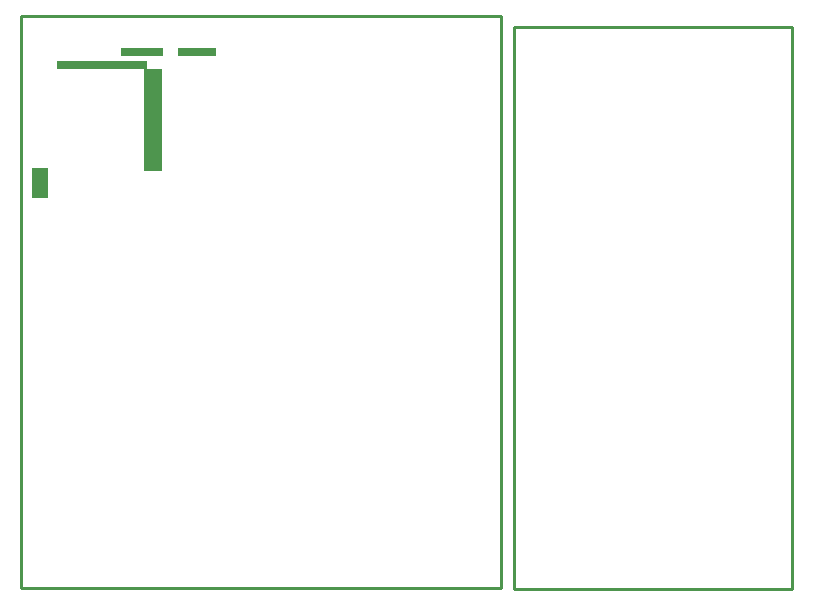
<source format=gbr>
G04*
G04 #@! TF.GenerationSoftware,Altium Limited,Altium Designer,22.4.2 (48)*
G04*
G04 Layer_Color=16711935*
%FSLAX25Y25*%
%MOIN*%
G70*
G04*
G04 #@! TF.SameCoordinates,BE1E711C-C8E7-489F-BFDC-0012772F392D*
G04*
G04*
G04 #@! TF.FilePolarity,Positive*
G04*
G01*
G75*
%ADD12C,0.01000*%
%ADD66R,0.05315X0.10039*%
%ADD67R,0.06299X0.34252*%
%ADD68R,0.29921X0.02756*%
%ADD69R,0.14173X0.02953*%
%ADD70R,0.12795X0.02953*%
D12*
X286000Y299500D02*
X378500D01*
X286000D02*
Y487000D01*
X378500D01*
Y299500D02*
Y487000D01*
X121500Y300000D02*
Y490500D01*
Y300000D02*
X281500D01*
Y379500D01*
X121500Y490500D02*
X281500D01*
Y379500D02*
Y490500D01*
D66*
X127866Y434965D02*
D03*
D67*
X165563Y455732D02*
D03*
D68*
X148634Y474236D02*
D03*
D69*
X162020Y478469D02*
D03*
D70*
X180228Y478469D02*
D03*
M02*

</source>
